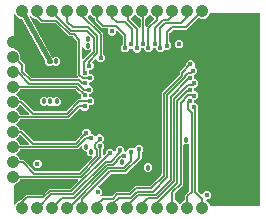
<source format=gbr>
G04 EAGLE Gerber RS-274X export*
G75*
%MOMM*%
%FSLAX34Y34*%
%LPD*%
%INBottom Copper*%
%IPPOS*%
%AMOC8*
5,1,8,0,0,1.08239X$1,22.5*%
G01*
%ADD10C,1.050000*%
%ADD11C,0.450000*%
%ADD12C,0.152400*%
%ADD13C,0.457200*%
%ADD14C,0.453200*%
%ADD15C,0.406400*%

G36*
X211879Y3763D02*
X211879Y3763D01*
X211898Y3761D01*
X212000Y3783D01*
X212102Y3799D01*
X212119Y3809D01*
X212139Y3813D01*
X212228Y3866D01*
X212319Y3915D01*
X212333Y3929D01*
X212350Y3939D01*
X212417Y4018D01*
X212489Y4093D01*
X212497Y4111D01*
X212510Y4126D01*
X212549Y4222D01*
X212592Y4316D01*
X212594Y4336D01*
X212602Y4354D01*
X212620Y4521D01*
X212620Y166675D01*
X212618Y166692D01*
X212619Y166707D01*
X212619Y166709D01*
X212619Y166714D01*
X212597Y166816D01*
X212581Y166918D01*
X212571Y166935D01*
X212567Y166955D01*
X212514Y167044D01*
X212465Y167135D01*
X212451Y167149D01*
X212441Y167166D01*
X212362Y167233D01*
X212287Y167305D01*
X212269Y167313D01*
X212254Y167326D01*
X212158Y167365D01*
X212064Y167408D01*
X212044Y167410D01*
X212026Y167418D01*
X211859Y167436D01*
X170764Y167436D01*
X170650Y167417D01*
X170533Y167400D01*
X170528Y167398D01*
X170522Y167397D01*
X170419Y167342D01*
X170314Y167289D01*
X170310Y167284D01*
X170304Y167281D01*
X170224Y167197D01*
X170142Y167113D01*
X170138Y167107D01*
X170135Y167103D01*
X170127Y167086D01*
X170061Y166966D01*
X169231Y164962D01*
X167397Y163128D01*
X165000Y162135D01*
X162406Y162135D01*
X161305Y162591D01*
X161191Y162618D01*
X161078Y162647D01*
X161071Y162646D01*
X161065Y162648D01*
X160949Y162637D01*
X160832Y162628D01*
X160827Y162625D01*
X160820Y162624D01*
X160713Y162577D01*
X160606Y162531D01*
X160600Y162527D01*
X160596Y162524D01*
X160582Y162512D01*
X160475Y162426D01*
X151083Y153034D01*
X139079Y153034D01*
X138989Y153020D01*
X138898Y153012D01*
X138869Y153000D01*
X138837Y152995D01*
X138756Y152952D01*
X138672Y152916D01*
X138640Y152890D01*
X138619Y152879D01*
X138597Y152856D01*
X138541Y152811D01*
X135987Y150257D01*
X135934Y150183D01*
X135874Y150114D01*
X135862Y150083D01*
X135843Y150057D01*
X135816Y149970D01*
X135782Y149885D01*
X135778Y149844D01*
X135771Y149822D01*
X135772Y149790D01*
X135764Y149719D01*
X135764Y142708D01*
X135778Y142618D01*
X135786Y142527D01*
X135798Y142497D01*
X135803Y142465D01*
X135846Y142384D01*
X135882Y142300D01*
X135908Y142268D01*
X135919Y142248D01*
X135942Y142225D01*
X135987Y142169D01*
X137252Y140904D01*
X137252Y137988D01*
X135189Y135925D01*
X132076Y135925D01*
X131986Y135911D01*
X131895Y135903D01*
X131865Y135891D01*
X131833Y135886D01*
X131752Y135843D01*
X131668Y135807D01*
X131636Y135781D01*
X131616Y135770D01*
X131593Y135747D01*
X131537Y135702D01*
X129728Y133893D01*
X126812Y133893D01*
X124749Y135956D01*
X124749Y136434D01*
X124746Y136454D01*
X124748Y136473D01*
X124726Y136575D01*
X124710Y136677D01*
X124700Y136694D01*
X124696Y136714D01*
X124643Y136803D01*
X124594Y136894D01*
X124580Y136908D01*
X124570Y136925D01*
X124491Y136992D01*
X124416Y137064D01*
X124398Y137072D01*
X124383Y137085D01*
X124287Y137124D01*
X124193Y137167D01*
X124173Y137169D01*
X124155Y137177D01*
X123988Y137195D01*
X122392Y137195D01*
X122372Y137192D01*
X122353Y137194D01*
X122251Y137172D01*
X122149Y137156D01*
X122132Y137146D01*
X122112Y137142D01*
X122023Y137089D01*
X121932Y137040D01*
X121918Y137026D01*
X121901Y137016D01*
X121834Y136937D01*
X121762Y136862D01*
X121754Y136844D01*
X121741Y136829D01*
X121702Y136733D01*
X121659Y136639D01*
X121657Y136619D01*
X121649Y136601D01*
X121631Y136434D01*
X121631Y135702D01*
X119568Y133639D01*
X116652Y133639D01*
X114589Y135702D01*
X114589Y136561D01*
X114586Y136581D01*
X114588Y136600D01*
X114566Y136702D01*
X114550Y136804D01*
X114540Y136821D01*
X114536Y136841D01*
X114483Y136930D01*
X114434Y137021D01*
X114420Y137035D01*
X114410Y137052D01*
X114331Y137119D01*
X114256Y137191D01*
X114238Y137199D01*
X114223Y137212D01*
X114127Y137251D01*
X114033Y137294D01*
X114013Y137296D01*
X113995Y137304D01*
X113828Y137322D01*
X112613Y137322D01*
X112593Y137319D01*
X112574Y137321D01*
X112472Y137299D01*
X112370Y137283D01*
X112353Y137273D01*
X112333Y137269D01*
X112244Y137216D01*
X112153Y137167D01*
X112139Y137153D01*
X112122Y137143D01*
X112055Y137064D01*
X111983Y136989D01*
X111975Y136971D01*
X111962Y136956D01*
X111923Y136860D01*
X111880Y136766D01*
X111878Y136746D01*
X111870Y136728D01*
X111852Y136561D01*
X111852Y135575D01*
X109789Y133512D01*
X106873Y133512D01*
X104810Y135575D01*
X104810Y136180D01*
X104807Y136200D01*
X104809Y136219D01*
X104787Y136321D01*
X104771Y136423D01*
X104761Y136440D01*
X104757Y136460D01*
X104704Y136549D01*
X104655Y136640D01*
X104641Y136654D01*
X104631Y136671D01*
X104552Y136738D01*
X104477Y136810D01*
X104459Y136818D01*
X104444Y136831D01*
X104348Y136870D01*
X104254Y136913D01*
X104234Y136915D01*
X104216Y136923D01*
X104049Y136941D01*
X102707Y136941D01*
X102687Y136938D01*
X102668Y136940D01*
X102566Y136918D01*
X102464Y136902D01*
X102447Y136892D01*
X102427Y136888D01*
X102338Y136835D01*
X102247Y136786D01*
X102233Y136772D01*
X102216Y136762D01*
X102149Y136683D01*
X102077Y136608D01*
X102069Y136590D01*
X102056Y136575D01*
X102017Y136479D01*
X101974Y136385D01*
X101972Y136365D01*
X101964Y136347D01*
X101946Y136180D01*
X101946Y135956D01*
X99883Y133893D01*
X96967Y133893D01*
X94904Y135956D01*
X94904Y138872D01*
X96169Y140137D01*
X96222Y140211D01*
X96282Y140281D01*
X96294Y140311D01*
X96313Y140337D01*
X96340Y140424D01*
X96374Y140509D01*
X96378Y140550D01*
X96385Y140572D01*
X96384Y140604D01*
X96392Y140676D01*
X96392Y147433D01*
X96378Y147523D01*
X96370Y147614D01*
X96358Y147643D01*
X96353Y147675D01*
X96310Y147756D01*
X96274Y147840D01*
X96248Y147872D01*
X96237Y147893D01*
X96214Y147915D01*
X96169Y147971D01*
X92085Y152055D01*
X92027Y152097D01*
X91975Y152146D01*
X91928Y152168D01*
X91886Y152199D01*
X91817Y152220D01*
X91752Y152250D01*
X91700Y152256D01*
X91650Y152271D01*
X91579Y152269D01*
X91508Y152277D01*
X91457Y152266D01*
X91405Y152265D01*
X91337Y152240D01*
X91267Y152225D01*
X91222Y152198D01*
X91174Y152180D01*
X91118Y152135D01*
X91056Y152099D01*
X91022Y152059D01*
X90982Y152026D01*
X90943Y151966D01*
X90896Y151912D01*
X90877Y151863D01*
X90849Y151819D01*
X90831Y151750D01*
X90804Y151683D01*
X90796Y151612D01*
X90788Y151581D01*
X90790Y151558D01*
X90786Y151517D01*
X90786Y149919D01*
X88714Y147847D01*
X85784Y147847D01*
X83712Y149919D01*
X83712Y152849D01*
X83741Y152878D01*
X83783Y152936D01*
X83832Y152988D01*
X83854Y153035D01*
X83885Y153077D01*
X83906Y153146D01*
X83936Y153211D01*
X83942Y153263D01*
X83957Y153313D01*
X83955Y153384D01*
X83963Y153455D01*
X83952Y153506D01*
X83951Y153558D01*
X83926Y153626D01*
X83911Y153696D01*
X83884Y153741D01*
X83866Y153789D01*
X83821Y153845D01*
X83785Y153907D01*
X83745Y153941D01*
X83712Y153981D01*
X83652Y154020D01*
X83598Y154067D01*
X83549Y154086D01*
X83506Y154114D01*
X83436Y154132D01*
X83369Y154159D01*
X83298Y154167D01*
X83267Y154175D01*
X83244Y154173D01*
X83203Y154177D01*
X78660Y154177D01*
X72770Y160067D01*
X72770Y161931D01*
X72751Y162046D01*
X72734Y162162D01*
X72732Y162168D01*
X72731Y162174D01*
X72676Y162277D01*
X72623Y162382D01*
X72618Y162386D01*
X72615Y162391D01*
X72531Y162471D01*
X72447Y162554D01*
X72441Y162557D01*
X72437Y162561D01*
X72420Y162569D01*
X72300Y162635D01*
X71109Y163128D01*
X69275Y164962D01*
X69156Y165249D01*
X69119Y165310D01*
X69089Y165375D01*
X69054Y165414D01*
X69027Y165458D01*
X68972Y165504D01*
X68923Y165556D01*
X68877Y165582D01*
X68837Y165615D01*
X68770Y165640D01*
X68707Y165675D01*
X68656Y165684D01*
X68608Y165703D01*
X68536Y165706D01*
X68465Y165719D01*
X68414Y165711D01*
X68362Y165713D01*
X68293Y165693D01*
X68222Y165683D01*
X68176Y165659D01*
X68126Y165645D01*
X68067Y165604D01*
X68003Y165571D01*
X67966Y165534D01*
X67924Y165505D01*
X67881Y165447D01*
X67831Y165396D01*
X67796Y165333D01*
X67777Y165307D01*
X67770Y165285D01*
X67750Y165249D01*
X67631Y164962D01*
X66721Y164052D01*
X66709Y164036D01*
X66694Y164024D01*
X66638Y163936D01*
X66577Y163853D01*
X66572Y163834D01*
X66561Y163817D01*
X66536Y163716D01*
X66505Y163617D01*
X66506Y163598D01*
X66501Y163578D01*
X66509Y163475D01*
X66511Y163372D01*
X66518Y163353D01*
X66520Y163333D01*
X66560Y163238D01*
X66596Y163141D01*
X66608Y163125D01*
X66616Y163107D01*
X66721Y162976D01*
X79630Y150067D01*
X79630Y132421D01*
X79644Y132331D01*
X79652Y132240D01*
X79664Y132210D01*
X79669Y132178D01*
X79692Y132136D01*
X79693Y132131D01*
X79706Y132109D01*
X79712Y132097D01*
X79748Y132013D01*
X79774Y131981D01*
X79785Y131961D01*
X79808Y131938D01*
X79819Y131920D01*
X79830Y131910D01*
X79853Y131882D01*
X81118Y130617D01*
X81118Y127701D01*
X79055Y125638D01*
X76139Y125638D01*
X74043Y127734D01*
X74037Y127772D01*
X74003Y127836D01*
X73978Y127903D01*
X73946Y127944D01*
X73921Y127990D01*
X73870Y128039D01*
X73825Y128095D01*
X73781Y128123D01*
X73743Y128159D01*
X73678Y128189D01*
X73618Y128228D01*
X73567Y128241D01*
X73520Y128263D01*
X73449Y128271D01*
X73379Y128288D01*
X73327Y128284D01*
X73276Y128290D01*
X73205Y128275D01*
X73134Y128269D01*
X73086Y128249D01*
X73035Y128238D01*
X72974Y128201D01*
X72908Y128173D01*
X72852Y128128D01*
X72824Y128112D01*
X72809Y128094D01*
X72777Y128068D01*
X70442Y125733D01*
X70430Y125717D01*
X70414Y125704D01*
X70358Y125617D01*
X70298Y125533D01*
X70292Y125514D01*
X70281Y125497D01*
X70256Y125397D01*
X70226Y125298D01*
X70226Y125278D01*
X70221Y125259D01*
X70229Y125156D01*
X70232Y125052D01*
X70239Y125033D01*
X70241Y125014D01*
X70281Y124919D01*
X70317Y124821D01*
X70329Y124806D01*
X70337Y124787D01*
X70442Y124656D01*
X71593Y123505D01*
X71593Y120589D01*
X69530Y118526D01*
X68671Y118526D01*
X68651Y118523D01*
X68632Y118525D01*
X68530Y118503D01*
X68428Y118487D01*
X68411Y118477D01*
X68391Y118473D01*
X68302Y118420D01*
X68211Y118371D01*
X68197Y118357D01*
X68180Y118347D01*
X68113Y118268D01*
X68041Y118193D01*
X68033Y118175D01*
X68020Y118160D01*
X67981Y118064D01*
X67938Y117970D01*
X67936Y117950D01*
X67928Y117932D01*
X67910Y117765D01*
X67910Y116296D01*
X67913Y116276D01*
X67911Y116257D01*
X67933Y116155D01*
X67949Y116053D01*
X67959Y116036D01*
X67963Y116016D01*
X68016Y115927D01*
X68065Y115836D01*
X68079Y115822D01*
X68089Y115805D01*
X68168Y115738D01*
X68243Y115666D01*
X68261Y115658D01*
X68276Y115645D01*
X68372Y115606D01*
X68466Y115563D01*
X68486Y115561D01*
X68504Y115553D01*
X68671Y115535D01*
X69657Y115535D01*
X71720Y113472D01*
X71720Y110556D01*
X69657Y108493D01*
X68925Y108493D01*
X68905Y108490D01*
X68886Y108492D01*
X68784Y108470D01*
X68682Y108454D01*
X68665Y108444D01*
X68645Y108440D01*
X68556Y108387D01*
X68465Y108338D01*
X68451Y108324D01*
X68434Y108314D01*
X68367Y108235D01*
X68295Y108160D01*
X68287Y108142D01*
X68274Y108127D01*
X68235Y108031D01*
X68192Y107937D01*
X68190Y107917D01*
X68182Y107899D01*
X68164Y107732D01*
X68164Y106390D01*
X68167Y106370D01*
X68165Y106351D01*
X68187Y106249D01*
X68203Y106147D01*
X68213Y106130D01*
X68217Y106110D01*
X68270Y106021D01*
X68319Y105930D01*
X68333Y105916D01*
X68343Y105899D01*
X68422Y105832D01*
X68497Y105760D01*
X68515Y105752D01*
X68530Y105739D01*
X68626Y105700D01*
X68720Y105657D01*
X68740Y105655D01*
X68758Y105647D01*
X68925Y105629D01*
X69403Y105629D01*
X71466Y103566D01*
X71466Y100650D01*
X69403Y98587D01*
X68544Y98587D01*
X68524Y98584D01*
X68505Y98586D01*
X68403Y98564D01*
X68301Y98548D01*
X68284Y98538D01*
X68264Y98534D01*
X68175Y98481D01*
X68084Y98432D01*
X68070Y98418D01*
X68053Y98408D01*
X67986Y98329D01*
X67914Y98254D01*
X67906Y98236D01*
X67893Y98221D01*
X67854Y98125D01*
X67811Y98031D01*
X67809Y98011D01*
X67801Y97993D01*
X67783Y97826D01*
X67783Y96611D01*
X67785Y96600D01*
X67784Y96593D01*
X67785Y96586D01*
X67784Y96572D01*
X67806Y96470D01*
X67822Y96368D01*
X67832Y96351D01*
X67836Y96331D01*
X67889Y96242D01*
X67938Y96151D01*
X67952Y96137D01*
X67962Y96120D01*
X68041Y96053D01*
X68116Y95981D01*
X68134Y95973D01*
X68149Y95960D01*
X68245Y95921D01*
X68339Y95878D01*
X68359Y95876D01*
X68377Y95868D01*
X68544Y95850D01*
X69911Y95850D01*
X71974Y93787D01*
X71974Y90871D01*
X69911Y88808D01*
X68417Y88808D01*
X68397Y88805D01*
X68378Y88807D01*
X68276Y88785D01*
X68174Y88769D01*
X68157Y88759D01*
X68137Y88755D01*
X68048Y88702D01*
X67957Y88653D01*
X67943Y88639D01*
X67926Y88629D01*
X67859Y88550D01*
X67787Y88475D01*
X67779Y88457D01*
X67766Y88442D01*
X67727Y88346D01*
X67684Y88252D01*
X67682Y88232D01*
X67674Y88214D01*
X67656Y88047D01*
X67656Y86426D01*
X65593Y84363D01*
X62677Y84363D01*
X61412Y85628D01*
X61338Y85681D01*
X61268Y85741D01*
X61238Y85753D01*
X61212Y85772D01*
X61125Y85799D01*
X61040Y85833D01*
X60999Y85837D01*
X60977Y85844D01*
X60945Y85843D01*
X60873Y85851D01*
X60085Y85851D01*
X59995Y85837D01*
X59904Y85829D01*
X59875Y85817D01*
X59843Y85812D01*
X59762Y85769D01*
X59678Y85733D01*
X59646Y85707D01*
X59625Y85696D01*
X59603Y85673D01*
X59547Y85628D01*
X50880Y76961D01*
X9773Y76961D01*
X9658Y76942D01*
X9542Y76925D01*
X9536Y76923D01*
X9530Y76922D01*
X9427Y76867D01*
X9322Y76814D01*
X9318Y76809D01*
X9313Y76806D01*
X9233Y76722D01*
X9150Y76638D01*
X9147Y76632D01*
X9143Y76628D01*
X9135Y76611D01*
X9069Y76491D01*
X8576Y75300D01*
X6742Y73466D01*
X6455Y73347D01*
X6394Y73310D01*
X6329Y73280D01*
X6290Y73245D01*
X6246Y73218D01*
X6200Y73163D01*
X6148Y73114D01*
X6122Y73068D01*
X6089Y73028D01*
X6064Y72961D01*
X6029Y72898D01*
X6020Y72847D01*
X6001Y72799D01*
X5998Y72727D01*
X5985Y72656D01*
X5993Y72605D01*
X5991Y72553D01*
X6011Y72484D01*
X6021Y72413D01*
X6045Y72367D01*
X6059Y72317D01*
X6100Y72258D01*
X6133Y72194D01*
X6170Y72157D01*
X6199Y72115D01*
X6257Y72072D01*
X6308Y72022D01*
X6371Y71987D01*
X6397Y71968D01*
X6419Y71961D01*
X6455Y71941D01*
X6742Y71822D01*
X8576Y69988D01*
X9069Y68797D01*
X9131Y68697D01*
X9191Y68597D01*
X9196Y68593D01*
X9199Y68588D01*
X9290Y68513D01*
X9378Y68437D01*
X9384Y68435D01*
X9388Y68431D01*
X9497Y68389D01*
X9606Y68345D01*
X9613Y68344D01*
X9618Y68343D01*
X9636Y68342D01*
X9773Y68327D01*
X11256Y68327D01*
X20939Y58644D01*
X21013Y58591D01*
X21082Y58531D01*
X21113Y58519D01*
X21139Y58500D01*
X21226Y58473D01*
X21311Y58439D01*
X21352Y58435D01*
X21374Y58428D01*
X21406Y58429D01*
X21477Y58421D01*
X55216Y58421D01*
X55306Y58435D01*
X55397Y58443D01*
X55427Y58455D01*
X55459Y58460D01*
X55540Y58503D01*
X55624Y58539D01*
X55656Y58565D01*
X55676Y58576D01*
X55699Y58599D01*
X55755Y58644D01*
X61647Y64536D01*
X61788Y64677D01*
X61841Y64751D01*
X61901Y64821D01*
X61913Y64851D01*
X61932Y64877D01*
X61959Y64964D01*
X61993Y65049D01*
X61997Y65090D01*
X62004Y65112D01*
X62003Y65144D01*
X62011Y65216D01*
X62011Y66863D01*
X64074Y68926D01*
X66990Y68926D01*
X69053Y66863D01*
X69053Y65750D01*
X69056Y65730D01*
X69054Y65711D01*
X69076Y65609D01*
X69092Y65507D01*
X69102Y65490D01*
X69106Y65470D01*
X69159Y65381D01*
X69208Y65290D01*
X69222Y65276D01*
X69232Y65259D01*
X69311Y65192D01*
X69386Y65120D01*
X69404Y65112D01*
X69419Y65099D01*
X69515Y65060D01*
X69609Y65017D01*
X69629Y65015D01*
X69647Y65007D01*
X69814Y64989D01*
X71308Y64989D01*
X73122Y63175D01*
X73138Y63164D01*
X73150Y63148D01*
X73238Y63092D01*
X73321Y63032D01*
X73340Y63026D01*
X73357Y63015D01*
X73458Y62990D01*
X73557Y62959D01*
X73576Y62960D01*
X73596Y62955D01*
X73699Y62963D01*
X73802Y62966D01*
X73821Y62973D01*
X73841Y62974D01*
X73936Y63015D01*
X74033Y63050D01*
X74049Y63063D01*
X74067Y63071D01*
X74198Y63175D01*
X75250Y64227D01*
X78166Y64227D01*
X80229Y62164D01*
X80229Y59248D01*
X79304Y58323D01*
X79293Y58307D01*
X79277Y58295D01*
X79247Y58247D01*
X79237Y58237D01*
X79228Y58219D01*
X79221Y58207D01*
X79161Y58124D01*
X79155Y58105D01*
X79144Y58088D01*
X79119Y57987D01*
X79088Y57888D01*
X79089Y57869D01*
X79084Y57849D01*
X79092Y57746D01*
X79095Y57643D01*
X79102Y57624D01*
X79103Y57604D01*
X79144Y57509D01*
X79179Y57412D01*
X79192Y57396D01*
X79200Y57378D01*
X79304Y57247D01*
X80737Y55814D01*
X80737Y52898D01*
X79697Y51858D01*
X79644Y51784D01*
X79584Y51714D01*
X79572Y51684D01*
X79553Y51658D01*
X79527Y51571D01*
X79492Y51486D01*
X79488Y51445D01*
X79481Y51423D01*
X79482Y51391D01*
X79474Y51320D01*
X79474Y47527D01*
X79486Y47456D01*
X79487Y47384D01*
X79505Y47335D01*
X79514Y47284D01*
X79547Y47221D01*
X79572Y47153D01*
X79604Y47112D01*
X79629Y47067D01*
X79681Y47017D01*
X79726Y46961D01*
X79769Y46933D01*
X79807Y46897D01*
X79872Y46867D01*
X79932Y46828D01*
X79983Y46815D01*
X80030Y46794D01*
X80101Y46786D01*
X80171Y46768D01*
X80223Y46772D01*
X80275Y46766D01*
X80345Y46782D01*
X80416Y46787D01*
X80464Y46808D01*
X80515Y46819D01*
X80577Y46856D01*
X80643Y46884D01*
X80698Y46928D01*
X80726Y46945D01*
X80741Y46963D01*
X80774Y46988D01*
X82108Y48323D01*
X82161Y48397D01*
X82221Y48467D01*
X82233Y48497D01*
X82252Y48523D01*
X82279Y48610D01*
X82313Y48695D01*
X82317Y48736D01*
X82324Y48758D01*
X82323Y48790D01*
X82331Y48861D01*
X82331Y50099D01*
X84394Y52162D01*
X87310Y52162D01*
X89160Y50312D01*
X89218Y50270D01*
X89270Y50221D01*
X89317Y50199D01*
X89359Y50169D01*
X89428Y50148D01*
X89493Y50117D01*
X89545Y50112D01*
X89595Y50096D01*
X89666Y50098D01*
X89737Y50090D01*
X89788Y50101D01*
X89840Y50103D01*
X89908Y50127D01*
X89978Y50143D01*
X90023Y50169D01*
X90071Y50187D01*
X90127Y50232D01*
X90189Y50269D01*
X90223Y50308D01*
X90263Y50341D01*
X90302Y50401D01*
X90349Y50456D01*
X90368Y50504D01*
X90396Y50548D01*
X90414Y50617D01*
X90441Y50684D01*
X90449Y50755D01*
X90457Y50786D01*
X90455Y50810D01*
X90459Y50851D01*
X90459Y52131D01*
X92522Y54194D01*
X95438Y54194D01*
X97501Y52131D01*
X97501Y50510D01*
X97504Y50490D01*
X97502Y50471D01*
X97524Y50369D01*
X97540Y50267D01*
X97550Y50250D01*
X97554Y50230D01*
X97607Y50141D01*
X97656Y50050D01*
X97670Y50036D01*
X97680Y50019D01*
X97759Y49952D01*
X97834Y49880D01*
X97852Y49872D01*
X97867Y49859D01*
X97963Y49820D01*
X98057Y49777D01*
X98077Y49775D01*
X98095Y49767D01*
X98262Y49749D01*
X99350Y49749D01*
X99370Y49752D01*
X99389Y49750D01*
X99491Y49772D01*
X99593Y49788D01*
X99610Y49798D01*
X99630Y49802D01*
X99719Y49855D01*
X99810Y49904D01*
X99824Y49918D01*
X99841Y49928D01*
X99908Y50007D01*
X99980Y50082D01*
X99988Y50100D01*
X100001Y50115D01*
X100040Y50211D01*
X100083Y50305D01*
X100085Y50325D01*
X100093Y50343D01*
X100111Y50510D01*
X100111Y50861D01*
X102174Y52924D01*
X105090Y52924D01*
X105416Y52598D01*
X105474Y52556D01*
X105526Y52507D01*
X105573Y52485D01*
X105615Y52455D01*
X105684Y52434D01*
X105749Y52403D01*
X105801Y52398D01*
X105851Y52382D01*
X105922Y52384D01*
X105993Y52376D01*
X106044Y52387D01*
X106096Y52389D01*
X106164Y52413D01*
X106234Y52429D01*
X106279Y52455D01*
X106327Y52473D01*
X106383Y52518D01*
X106445Y52555D01*
X106479Y52594D01*
X106519Y52627D01*
X106558Y52687D01*
X106605Y52742D01*
X106624Y52790D01*
X106652Y52834D01*
X106670Y52903D01*
X106697Y52970D01*
X106701Y53006D01*
X108778Y55083D01*
X111694Y55083D01*
X113757Y53020D01*
X113757Y50104D01*
X112492Y48839D01*
X112439Y48765D01*
X112379Y48695D01*
X112367Y48665D01*
X112348Y48639D01*
X112321Y48552D01*
X112287Y48467D01*
X112283Y48426D01*
X112276Y48404D01*
X112277Y48372D01*
X112269Y48300D01*
X112269Y43735D01*
X99394Y30860D01*
X86755Y30860D01*
X86665Y30846D01*
X86574Y30838D01*
X86545Y30826D01*
X86513Y30821D01*
X86432Y30778D01*
X86348Y30742D01*
X86316Y30716D01*
X86295Y30705D01*
X86273Y30682D01*
X86217Y30637D01*
X75894Y20314D01*
X75852Y20256D01*
X75803Y20204D01*
X75781Y20157D01*
X75750Y20115D01*
X75729Y20046D01*
X75699Y19981D01*
X75693Y19929D01*
X75678Y19879D01*
X75680Y19808D01*
X75672Y19737D01*
X75683Y19686D01*
X75684Y19634D01*
X75709Y19566D01*
X75724Y19496D01*
X75751Y19452D01*
X75769Y19403D01*
X75814Y19347D01*
X75850Y19285D01*
X75890Y19251D01*
X75923Y19211D01*
X75983Y19172D01*
X76037Y19125D01*
X76086Y19106D01*
X76130Y19078D01*
X76199Y19060D01*
X76266Y19033D01*
X76337Y19025D01*
X76368Y19017D01*
X76391Y19019D01*
X76432Y19015D01*
X76515Y19015D01*
X78578Y16952D01*
X78578Y14036D01*
X77653Y13111D01*
X77611Y13053D01*
X77562Y13001D01*
X77540Y12954D01*
X77510Y12912D01*
X77489Y12843D01*
X77458Y12778D01*
X77453Y12726D01*
X77437Y12676D01*
X77439Y12605D01*
X77431Y12534D01*
X77442Y12483D01*
X77444Y12431D01*
X77468Y12363D01*
X77484Y12293D01*
X77510Y12248D01*
X77528Y12200D01*
X77573Y12144D01*
X77610Y12082D01*
X77649Y12048D01*
X77682Y12008D01*
X77742Y11969D01*
X77797Y11922D01*
X77845Y11903D01*
X77889Y11875D01*
X77958Y11857D01*
X78025Y11830D01*
X78096Y11822D01*
X78127Y11814D01*
X78151Y11816D01*
X78192Y11812D01*
X86727Y11812D01*
X86817Y11826D01*
X86908Y11834D01*
X86937Y11846D01*
X86969Y11851D01*
X87050Y11894D01*
X87134Y11930D01*
X87166Y11956D01*
X87187Y11967D01*
X87209Y11990D01*
X87265Y12035D01*
X90725Y15495D01*
X101049Y15495D01*
X101139Y15509D01*
X101230Y15517D01*
X101260Y15529D01*
X101292Y15534D01*
X101372Y15577D01*
X101456Y15613D01*
X101488Y15639D01*
X101509Y15650D01*
X101531Y15673D01*
X101587Y15718D01*
X106444Y20575D01*
X119239Y20575D01*
X119329Y20589D01*
X119420Y20597D01*
X119449Y20609D01*
X119481Y20614D01*
X119562Y20657D01*
X119646Y20693D01*
X119678Y20719D01*
X119699Y20730D01*
X119721Y20753D01*
X119777Y20798D01*
X128935Y29956D01*
X128988Y30030D01*
X129048Y30099D01*
X129060Y30130D01*
X129079Y30156D01*
X129106Y30243D01*
X129140Y30328D01*
X129144Y30369D01*
X129151Y30391D01*
X129150Y30423D01*
X129158Y30494D01*
X129158Y99222D01*
X144211Y114275D01*
X144264Y114349D01*
X144324Y114418D01*
X144336Y114448D01*
X144355Y114474D01*
X144382Y114561D01*
X144416Y114646D01*
X144420Y114687D01*
X144427Y114709D01*
X144426Y114742D01*
X144434Y114813D01*
X144434Y117210D01*
X149926Y122702D01*
X149979Y122776D01*
X150039Y122845D01*
X150051Y122876D01*
X150070Y122902D01*
X150097Y122989D01*
X150131Y123074D01*
X150135Y123115D01*
X150142Y123137D01*
X150141Y123169D01*
X150149Y123240D01*
X150149Y125029D01*
X152212Y127092D01*
X155128Y127092D01*
X157191Y125029D01*
X157191Y121916D01*
X157205Y121826D01*
X157213Y121735D01*
X157225Y121705D01*
X157230Y121673D01*
X157273Y121592D01*
X157309Y121508D01*
X157335Y121476D01*
X157346Y121456D01*
X157369Y121433D01*
X157414Y121377D01*
X159223Y119568D01*
X159223Y116652D01*
X157219Y114648D01*
X157207Y114632D01*
X157192Y114619D01*
X157160Y114570D01*
X157159Y114569D01*
X157158Y114567D01*
X157135Y114532D01*
X157075Y114448D01*
X157069Y114429D01*
X157059Y114412D01*
X157033Y114312D01*
X157003Y114213D01*
X157003Y114193D01*
X156999Y114174D01*
X157007Y114070D01*
X157009Y113967D01*
X157016Y113948D01*
X157018Y113928D01*
X157058Y113834D01*
X157064Y113818D01*
X157064Y111724D01*
X157067Y111704D01*
X157065Y111685D01*
X157087Y111583D01*
X157103Y111481D01*
X157113Y111464D01*
X157117Y111444D01*
X157170Y111355D01*
X157219Y111264D01*
X157233Y111250D01*
X157243Y111233D01*
X157322Y111166D01*
X157397Y111094D01*
X157415Y111086D01*
X157430Y111073D01*
X157526Y111034D01*
X157620Y110991D01*
X157640Y110989D01*
X157658Y110981D01*
X157825Y110963D01*
X158176Y110963D01*
X160239Y108900D01*
X160239Y105984D01*
X158176Y103921D01*
X157825Y103921D01*
X157805Y103918D01*
X157786Y103920D01*
X157684Y103898D01*
X157582Y103882D01*
X157565Y103872D01*
X157545Y103868D01*
X157456Y103815D01*
X157365Y103766D01*
X157351Y103752D01*
X157334Y103742D01*
X157267Y103663D01*
X157195Y103588D01*
X157187Y103570D01*
X157174Y103555D01*
X157135Y103459D01*
X157092Y103365D01*
X157090Y103345D01*
X157082Y103327D01*
X157064Y103160D01*
X157064Y101437D01*
X157067Y101417D01*
X157065Y101398D01*
X157087Y101296D01*
X157103Y101194D01*
X157113Y101177D01*
X157117Y101157D01*
X157170Y101068D01*
X157219Y100977D01*
X157233Y100963D01*
X157243Y100946D01*
X157322Y100879D01*
X157397Y100807D01*
X157415Y100799D01*
X157430Y100786D01*
X157526Y100747D01*
X157620Y100704D01*
X157640Y100702D01*
X157658Y100694D01*
X157825Y100676D01*
X158049Y100676D01*
X160112Y98613D01*
X160112Y95697D01*
X158049Y93634D01*
X157698Y93634D01*
X157678Y93631D01*
X157659Y93633D01*
X157557Y93611D01*
X157455Y93595D01*
X157438Y93585D01*
X157418Y93581D01*
X157329Y93528D01*
X157238Y93479D01*
X157224Y93465D01*
X157207Y93455D01*
X157140Y93376D01*
X157068Y93301D01*
X157060Y93283D01*
X157047Y93268D01*
X157008Y93172D01*
X156965Y93078D01*
X156963Y93058D01*
X156955Y93040D01*
X156937Y92873D01*
X156937Y91531D01*
X156940Y91511D01*
X156938Y91492D01*
X156960Y91390D01*
X156976Y91288D01*
X156986Y91271D01*
X156990Y91251D01*
X157043Y91162D01*
X157092Y91071D01*
X157106Y91057D01*
X157116Y91040D01*
X157195Y90973D01*
X157270Y90901D01*
X157288Y90893D01*
X157303Y90880D01*
X157399Y90841D01*
X157493Y90798D01*
X157513Y90796D01*
X157531Y90788D01*
X157698Y90770D01*
X158049Y90770D01*
X160112Y88707D01*
X160112Y85791D01*
X159863Y85542D01*
X159809Y85468D01*
X159750Y85398D01*
X159738Y85368D01*
X159719Y85342D01*
X159692Y85255D01*
X159658Y85170D01*
X159654Y85129D01*
X159647Y85107D01*
X159648Y85075D01*
X159640Y85003D01*
X159640Y17032D01*
X159654Y16942D01*
X159662Y16851D01*
X159674Y16821D01*
X159679Y16790D01*
X159722Y16709D01*
X159758Y16625D01*
X159784Y16593D01*
X159795Y16572D01*
X159818Y16550D01*
X159863Y16494D01*
X162820Y13537D01*
X162878Y13495D01*
X162930Y13446D01*
X162977Y13424D01*
X163019Y13393D01*
X163088Y13372D01*
X163153Y13342D01*
X163205Y13336D01*
X163255Y13321D01*
X163326Y13323D01*
X163397Y13315D01*
X163448Y13326D01*
X163500Y13327D01*
X163568Y13352D01*
X163638Y13367D01*
X163682Y13394D01*
X163731Y13412D01*
X163787Y13457D01*
X163849Y13493D01*
X163883Y13533D01*
X163923Y13566D01*
X163962Y13626D01*
X164009Y13680D01*
X164028Y13729D01*
X164056Y13773D01*
X164074Y13842D01*
X164101Y13909D01*
X164109Y13980D01*
X164117Y14011D01*
X164115Y14034D01*
X164119Y14075D01*
X164119Y14158D01*
X166182Y16221D01*
X169098Y16221D01*
X171161Y14158D01*
X171161Y11242D01*
X169098Y9179D01*
X167869Y9179D01*
X167799Y9168D01*
X167727Y9166D01*
X167678Y9148D01*
X167626Y9140D01*
X167563Y9106D01*
X167496Y9081D01*
X167455Y9049D01*
X167409Y9024D01*
X167360Y8972D01*
X167304Y8928D01*
X167276Y8884D01*
X167240Y8846D01*
X167210Y8781D01*
X167171Y8721D01*
X167158Y8670D01*
X167136Y8623D01*
X167128Y8552D01*
X167111Y8482D01*
X167115Y8430D01*
X167109Y8379D01*
X167124Y8308D01*
X167130Y8237D01*
X167150Y8189D01*
X167161Y8138D01*
X167198Y8077D01*
X167226Y8011D01*
X167271Y7955D01*
X167287Y7927D01*
X167305Y7912D01*
X167331Y7880D01*
X169231Y5980D01*
X169956Y4230D01*
X170017Y4130D01*
X170077Y4030D01*
X170082Y4026D01*
X170086Y4021D01*
X170175Y3946D01*
X170264Y3870D01*
X170270Y3868D01*
X170275Y3864D01*
X170383Y3822D01*
X170492Y3778D01*
X170500Y3777D01*
X170505Y3776D01*
X170523Y3775D01*
X170659Y3760D01*
X211859Y3760D01*
X211879Y3763D01*
G37*
G36*
X57841Y112026D02*
X57841Y112026D01*
X57913Y112028D01*
X57962Y112046D01*
X58013Y112054D01*
X58077Y112088D01*
X58144Y112113D01*
X58185Y112145D01*
X58231Y112170D01*
X58280Y112222D01*
X58336Y112266D01*
X58364Y112310D01*
X58400Y112348D01*
X58430Y112413D01*
X58469Y112473D01*
X58482Y112524D01*
X58504Y112571D01*
X58512Y112642D01*
X58529Y112712D01*
X58525Y112764D01*
X58531Y112815D01*
X58516Y112886D01*
X58510Y112957D01*
X58490Y113005D01*
X58479Y113056D01*
X58442Y113117D01*
X58414Y113183D01*
X58369Y113239D01*
X58353Y113267D01*
X58335Y113282D01*
X58309Y113314D01*
X57657Y113966D01*
X57657Y143115D01*
X57643Y143205D01*
X57635Y143296D01*
X57623Y143325D01*
X57618Y143357D01*
X57575Y143438D01*
X57539Y143522D01*
X57513Y143554D01*
X57502Y143575D01*
X57479Y143597D01*
X57434Y143653D01*
X54118Y146969D01*
X54044Y147022D01*
X53975Y147082D01*
X53944Y147094D01*
X53918Y147113D01*
X53831Y147140D01*
X53746Y147174D01*
X53705Y147178D01*
X53683Y147185D01*
X53651Y147184D01*
X53580Y147192D01*
X50452Y147192D01*
X39499Y158145D01*
X39425Y158198D01*
X39355Y158258D01*
X39325Y158270D01*
X39299Y158289D01*
X39212Y158316D01*
X39127Y158350D01*
X39086Y158354D01*
X39064Y158361D01*
X39032Y158360D01*
X38960Y158368D01*
X27352Y158368D01*
X23892Y161828D01*
X23818Y161881D01*
X23749Y161941D01*
X23718Y161953D01*
X23692Y161972D01*
X23605Y161999D01*
X23520Y162033D01*
X23479Y162037D01*
X23457Y162044D01*
X23425Y162043D01*
X23354Y162051D01*
X23107Y162051D01*
X23100Y162056D01*
X23013Y162083D01*
X22928Y162117D01*
X22888Y162121D01*
X22865Y162128D01*
X22833Y162127D01*
X22762Y162135D01*
X22706Y162135D01*
X20309Y163128D01*
X19087Y164350D01*
X19076Y164358D01*
X19067Y164369D01*
X18976Y164430D01*
X18887Y164494D01*
X18874Y164498D01*
X18863Y164506D01*
X18757Y164534D01*
X18652Y164566D01*
X18638Y164566D01*
X18625Y164569D01*
X18516Y164563D01*
X18406Y164560D01*
X18393Y164555D01*
X18380Y164554D01*
X18279Y164513D01*
X18175Y164475D01*
X18164Y164467D01*
X18152Y164462D01*
X18069Y164391D01*
X17983Y164322D01*
X17976Y164310D01*
X17965Y164301D01*
X17910Y164207D01*
X17850Y164115D01*
X17847Y164102D01*
X17840Y164090D01*
X17817Y163983D01*
X17790Y163876D01*
X17791Y163863D01*
X17788Y163849D01*
X17801Y163740D01*
X17809Y163631D01*
X17815Y163619D01*
X17816Y163605D01*
X17879Y163450D01*
X36519Y129038D01*
X36523Y129033D01*
X36525Y129027D01*
X36598Y128936D01*
X36669Y128844D01*
X36675Y128840D01*
X36678Y128835D01*
X36777Y128772D01*
X36874Y128707D01*
X36880Y128706D01*
X36885Y128702D01*
X36999Y128674D01*
X37112Y128643D01*
X37118Y128644D01*
X37124Y128642D01*
X37240Y128651D01*
X37357Y128658D01*
X37363Y128661D01*
X37369Y128661D01*
X37476Y128707D01*
X37585Y128751D01*
X37590Y128755D01*
X37595Y128758D01*
X37726Y128862D01*
X38532Y129668D01*
X41478Y129668D01*
X43562Y127584D01*
X43562Y124638D01*
X41478Y122554D01*
X38532Y122554D01*
X37813Y123273D01*
X37797Y123285D01*
X37784Y123300D01*
X37697Y123356D01*
X37613Y123417D01*
X37594Y123423D01*
X37577Y123433D01*
X37477Y123459D01*
X37378Y123489D01*
X37358Y123489D01*
X37339Y123493D01*
X37236Y123485D01*
X37132Y123483D01*
X37113Y123476D01*
X37094Y123474D01*
X36999Y123434D01*
X36901Y123398D01*
X36885Y123386D01*
X36867Y123378D01*
X36736Y123273D01*
X35890Y122427D01*
X34978Y122427D01*
X34875Y122410D01*
X34850Y122408D01*
X34847Y122409D01*
X34680Y122427D01*
X32944Y122427D01*
X32299Y123072D01*
X32214Y123133D01*
X32194Y123149D01*
X32193Y123152D01*
X32088Y123283D01*
X30860Y124511D01*
X30860Y124555D01*
X30846Y124645D01*
X30838Y124736D01*
X30826Y124765D01*
X30821Y124797D01*
X30778Y124878D01*
X30742Y124962D01*
X30733Y124973D01*
X30733Y125657D01*
X30716Y125760D01*
X30705Y125865D01*
X30696Y125886D01*
X30694Y125900D01*
X30679Y125928D01*
X30641Y126020D01*
X11295Y161737D01*
X11247Y161798D01*
X11207Y161865D01*
X11173Y161895D01*
X11144Y161931D01*
X11080Y161974D01*
X11020Y162025D01*
X10978Y162042D01*
X10940Y162067D01*
X10865Y162088D01*
X10792Y162117D01*
X10731Y162124D01*
X10702Y162131D01*
X10675Y162130D01*
X10626Y162135D01*
X10006Y162135D01*
X7609Y163128D01*
X5775Y164962D01*
X5478Y165679D01*
X5427Y165762D01*
X5381Y165847D01*
X5362Y165865D01*
X5349Y165888D01*
X5274Y165950D01*
X5203Y166017D01*
X5179Y166028D01*
X5159Y166045D01*
X5068Y166079D01*
X4980Y166120D01*
X4954Y166123D01*
X4930Y166133D01*
X4832Y166137D01*
X4736Y166148D01*
X4710Y166142D01*
X4684Y166143D01*
X4590Y166116D01*
X4495Y166095D01*
X4473Y166082D01*
X4448Y166075D01*
X4368Y166019D01*
X4284Y165969D01*
X4267Y165949D01*
X4246Y165934D01*
X4187Y165856D01*
X4124Y165782D01*
X4114Y165758D01*
X4099Y165737D01*
X4069Y165644D01*
X4032Y165554D01*
X4029Y165522D01*
X4023Y165503D01*
X4023Y165470D01*
X4014Y165387D01*
X4014Y136961D01*
X4016Y136948D01*
X4015Y136939D01*
X4025Y136892D01*
X4033Y136846D01*
X4050Y136730D01*
X4052Y136724D01*
X4053Y136718D01*
X4108Y136615D01*
X4161Y136510D01*
X4166Y136506D01*
X4169Y136500D01*
X4253Y136421D01*
X4337Y136338D01*
X4343Y136335D01*
X4347Y136331D01*
X4364Y136323D01*
X4484Y136257D01*
X6742Y135322D01*
X8576Y133488D01*
X9569Y131091D01*
X9569Y128497D01*
X9559Y128474D01*
X9532Y128360D01*
X9504Y128246D01*
X9504Y128240D01*
X9503Y128234D01*
X9514Y128117D01*
X9523Y128001D01*
X9525Y127995D01*
X9526Y127989D01*
X9574Y127882D01*
X9619Y127775D01*
X9624Y127769D01*
X9626Y127764D01*
X9638Y127751D01*
X9724Y127644D01*
X13463Y123905D01*
X13463Y118139D01*
X13477Y118049D01*
X13485Y117958D01*
X13497Y117928D01*
X13502Y117896D01*
X13545Y117815D01*
X13581Y117731D01*
X13607Y117699D01*
X13618Y117679D01*
X13641Y117656D01*
X13686Y117600D01*
X19048Y112238D01*
X19122Y112185D01*
X19192Y112125D01*
X19222Y112113D01*
X19248Y112094D01*
X19335Y112067D01*
X19420Y112033D01*
X19461Y112029D01*
X19483Y112022D01*
X19515Y112023D01*
X19587Y112015D01*
X57771Y112015D01*
X57841Y112026D01*
G37*
G36*
X58678Y33035D02*
X58678Y33035D01*
X58769Y33043D01*
X58799Y33055D01*
X58831Y33060D01*
X58911Y33103D01*
X58995Y33139D01*
X59027Y33165D01*
X59048Y33176D01*
X59070Y33199D01*
X59126Y33244D01*
X70556Y44674D01*
X70598Y44732D01*
X70647Y44784D01*
X70669Y44831D01*
X70700Y44873D01*
X70721Y44942D01*
X70751Y45007D01*
X70757Y45059D01*
X70772Y45109D01*
X70770Y45180D01*
X70778Y45251D01*
X70767Y45302D01*
X70766Y45354D01*
X70741Y45422D01*
X70726Y45492D01*
X70699Y45537D01*
X70681Y45585D01*
X70636Y45641D01*
X70600Y45703D01*
X70560Y45737D01*
X70528Y45777D01*
X70467Y45816D01*
X70413Y45863D01*
X70364Y45882D01*
X70321Y45910D01*
X70251Y45928D01*
X70185Y45955D01*
X70113Y45963D01*
X70082Y45971D01*
X70059Y45969D01*
X70018Y45973D01*
X67742Y45973D01*
X65658Y48057D01*
X65658Y49149D01*
X65655Y49169D01*
X65657Y49188D01*
X65635Y49290D01*
X65619Y49392D01*
X65609Y49409D01*
X65605Y49429D01*
X65552Y49518D01*
X65503Y49609D01*
X65489Y49623D01*
X65479Y49640D01*
X65400Y49707D01*
X65325Y49779D01*
X65307Y49787D01*
X65292Y49800D01*
X65196Y49839D01*
X65102Y49882D01*
X65082Y49884D01*
X65064Y49892D01*
X64897Y49910D01*
X64059Y49910D01*
X61975Y51994D01*
X61975Y53326D01*
X61964Y53396D01*
X61962Y53468D01*
X61944Y53517D01*
X61936Y53568D01*
X61902Y53632D01*
X61877Y53699D01*
X61845Y53740D01*
X61820Y53786D01*
X61768Y53835D01*
X61724Y53891D01*
X61680Y53919D01*
X61642Y53955D01*
X61577Y53985D01*
X61517Y54024D01*
X61466Y54037D01*
X61419Y54059D01*
X61348Y54067D01*
X61278Y54084D01*
X61226Y54080D01*
X61175Y54086D01*
X61104Y54071D01*
X61033Y54065D01*
X60985Y54045D01*
X60934Y54034D01*
X60873Y53997D01*
X60807Y53969D01*
X60751Y53924D01*
X60723Y53908D01*
X60708Y53890D01*
X60676Y53864D01*
X58373Y51561D01*
X9773Y51561D01*
X9658Y51542D01*
X9542Y51525D01*
X9536Y51523D01*
X9530Y51522D01*
X9427Y51467D01*
X9322Y51414D01*
X9318Y51409D01*
X9313Y51406D01*
X9233Y51322D01*
X9150Y51238D01*
X9147Y51232D01*
X9143Y51228D01*
X9135Y51211D01*
X9069Y51091D01*
X8576Y49900D01*
X6742Y48066D01*
X6455Y47947D01*
X6394Y47910D01*
X6329Y47880D01*
X6290Y47845D01*
X6246Y47818D01*
X6200Y47763D01*
X6148Y47714D01*
X6122Y47668D01*
X6089Y47628D01*
X6064Y47561D01*
X6029Y47498D01*
X6020Y47447D01*
X6001Y47399D01*
X5998Y47327D01*
X5985Y47256D01*
X5993Y47205D01*
X5991Y47153D01*
X6011Y47084D01*
X6021Y47013D01*
X6045Y46967D01*
X6059Y46917D01*
X6100Y46858D01*
X6133Y46794D01*
X6170Y46757D01*
X6199Y46715D01*
X6257Y46672D01*
X6308Y46622D01*
X6371Y46587D01*
X6397Y46568D01*
X6419Y46561D01*
X6455Y46541D01*
X6742Y46422D01*
X8576Y44588D01*
X9069Y43397D01*
X9131Y43297D01*
X9191Y43197D01*
X9196Y43193D01*
X9199Y43188D01*
X9290Y43113D01*
X9378Y43037D01*
X9384Y43035D01*
X9388Y43031D01*
X9497Y42989D01*
X9606Y42945D01*
X9613Y42944D01*
X9618Y42943D01*
X9636Y42942D01*
X9773Y42927D01*
X12399Y42927D01*
X22082Y33244D01*
X22156Y33191D01*
X22225Y33131D01*
X22256Y33119D01*
X22282Y33100D01*
X22369Y33073D01*
X22454Y33039D01*
X22495Y33035D01*
X22517Y33028D01*
X22549Y33029D01*
X22620Y33021D01*
X58588Y33021D01*
X58678Y33035D01*
G37*
G36*
X47813Y83835D02*
X47813Y83835D01*
X47904Y83843D01*
X47934Y83855D01*
X47966Y83860D01*
X48047Y83903D01*
X48131Y83939D01*
X48163Y83965D01*
X48183Y83976D01*
X48206Y83999D01*
X48262Y84044D01*
X58417Y94199D01*
X60528Y94199D01*
X60599Y94210D01*
X60671Y94212D01*
X60720Y94230D01*
X60771Y94238D01*
X60834Y94272D01*
X60902Y94297D01*
X60943Y94329D01*
X60989Y94354D01*
X61038Y94406D01*
X61094Y94450D01*
X61122Y94494D01*
X61158Y94532D01*
X61188Y94597D01*
X61227Y94657D01*
X61240Y94708D01*
X61262Y94755D01*
X61269Y94826D01*
X61287Y94896D01*
X61283Y94948D01*
X61289Y94999D01*
X61273Y95070D01*
X61268Y95141D01*
X61247Y95189D01*
X61236Y95240D01*
X61200Y95301D01*
X61171Y95367D01*
X61127Y95423D01*
X61110Y95451D01*
X61092Y95466D01*
X61067Y95498D01*
X60741Y95824D01*
X60741Y97613D01*
X60727Y97703D01*
X60719Y97794D01*
X60707Y97823D01*
X60702Y97855D01*
X60659Y97936D01*
X60623Y98020D01*
X60597Y98052D01*
X60586Y98073D01*
X60563Y98095D01*
X60518Y98151D01*
X56531Y102138D01*
X56457Y102191D01*
X56388Y102251D01*
X56357Y102263D01*
X56331Y102282D01*
X56244Y102309D01*
X56159Y102343D01*
X56118Y102347D01*
X56096Y102354D01*
X56064Y102353D01*
X55993Y102361D01*
X9773Y102361D01*
X9658Y102342D01*
X9542Y102325D01*
X9536Y102323D01*
X9530Y102322D01*
X9427Y102267D01*
X9322Y102214D01*
X9318Y102209D01*
X9313Y102206D01*
X9233Y102122D01*
X9150Y102038D01*
X9147Y102032D01*
X9143Y102028D01*
X9135Y102011D01*
X9069Y101891D01*
X8576Y100700D01*
X6742Y98866D01*
X6455Y98747D01*
X6394Y98710D01*
X6329Y98680D01*
X6290Y98645D01*
X6246Y98618D01*
X6200Y98563D01*
X6148Y98514D01*
X6122Y98468D01*
X6089Y98428D01*
X6064Y98361D01*
X6029Y98298D01*
X6020Y98247D01*
X6001Y98199D01*
X5998Y98127D01*
X5985Y98056D01*
X5993Y98005D01*
X5991Y97953D01*
X6011Y97884D01*
X6021Y97813D01*
X6045Y97767D01*
X6059Y97717D01*
X6100Y97658D01*
X6133Y97594D01*
X6170Y97557D01*
X6199Y97515D01*
X6257Y97472D01*
X6308Y97422D01*
X6371Y97387D01*
X6397Y97368D01*
X6419Y97361D01*
X6455Y97341D01*
X6742Y97222D01*
X8576Y95388D01*
X9069Y94197D01*
X9131Y94097D01*
X9191Y93997D01*
X9196Y93993D01*
X9199Y93988D01*
X9290Y93913D01*
X9378Y93837D01*
X9384Y93835D01*
X9388Y93831D01*
X9497Y93789D01*
X9606Y93745D01*
X9613Y93744D01*
X9618Y93743D01*
X9636Y93742D01*
X9773Y93727D01*
X11256Y93727D01*
X20939Y84044D01*
X21013Y83991D01*
X21082Y83931D01*
X21113Y83919D01*
X21139Y83900D01*
X21226Y83873D01*
X21311Y83839D01*
X21352Y83835D01*
X21374Y83828D01*
X21406Y83829D01*
X21477Y83821D01*
X47723Y83821D01*
X47813Y83835D01*
G37*
G36*
X4789Y4797D02*
X4789Y4797D01*
X4814Y4794D01*
X4909Y4815D01*
X5006Y4829D01*
X5029Y4841D01*
X5055Y4847D01*
X5139Y4897D01*
X5225Y4941D01*
X5243Y4959D01*
X5266Y4973D01*
X5329Y5047D01*
X5397Y5116D01*
X5413Y5145D01*
X5426Y5160D01*
X5438Y5191D01*
X5478Y5263D01*
X5775Y5980D01*
X7609Y7814D01*
X10006Y8807D01*
X10062Y8807D01*
X10152Y8821D01*
X10243Y8829D01*
X10272Y8841D01*
X10304Y8846D01*
X10385Y8889D01*
X10469Y8925D01*
X10501Y8951D01*
X10522Y8962D01*
X10544Y8985D01*
X10600Y9030D01*
X10684Y9114D01*
X14652Y13082D01*
X28038Y13082D01*
X28128Y13096D01*
X28219Y13104D01*
X28249Y13116D01*
X28281Y13121D01*
X28362Y13164D01*
X28446Y13200D01*
X28478Y13226D01*
X28498Y13237D01*
X28521Y13260D01*
X28577Y13305D01*
X33561Y18289D01*
X51759Y18289D01*
X51849Y18303D01*
X51940Y18311D01*
X51969Y18323D01*
X52001Y18328D01*
X52082Y18371D01*
X52166Y18407D01*
X52198Y18433D01*
X52219Y18444D01*
X52241Y18467D01*
X52297Y18512D01*
X58647Y24862D01*
X58689Y24920D01*
X58738Y24972D01*
X58760Y25019D01*
X58790Y25061D01*
X58812Y25130D01*
X58842Y25195D01*
X58847Y25247D01*
X58863Y25297D01*
X58861Y25368D01*
X58869Y25439D01*
X58858Y25490D01*
X58856Y25542D01*
X58832Y25610D01*
X58817Y25680D01*
X58790Y25725D01*
X58772Y25773D01*
X58727Y25829D01*
X58690Y25891D01*
X58651Y25925D01*
X58618Y25965D01*
X58558Y26004D01*
X58503Y26051D01*
X58455Y26070D01*
X58411Y26098D01*
X58342Y26116D01*
X58275Y26143D01*
X58204Y26151D01*
X58173Y26159D01*
X58150Y26157D01*
X58109Y26161D01*
X9773Y26161D01*
X9658Y26142D01*
X9542Y26125D01*
X9536Y26123D01*
X9530Y26122D01*
X9427Y26067D01*
X9322Y26014D01*
X9318Y26009D01*
X9313Y26006D01*
X9233Y25922D01*
X9150Y25838D01*
X9147Y25832D01*
X9143Y25828D01*
X9135Y25811D01*
X9069Y25691D01*
X8576Y24500D01*
X6742Y22666D01*
X4484Y21731D01*
X4384Y21669D01*
X4284Y21609D01*
X4280Y21604D01*
X4275Y21601D01*
X4200Y21511D01*
X4124Y21422D01*
X4122Y21416D01*
X4118Y21412D01*
X4076Y21303D01*
X4032Y21194D01*
X4031Y21187D01*
X4030Y21182D01*
X4029Y21164D01*
X4014Y21027D01*
X4014Y5555D01*
X4029Y5459D01*
X4039Y5362D01*
X4049Y5338D01*
X4053Y5312D01*
X4099Y5226D01*
X4139Y5137D01*
X4156Y5118D01*
X4169Y5095D01*
X4239Y5028D01*
X4305Y4956D01*
X4328Y4943D01*
X4347Y4925D01*
X4435Y4884D01*
X4521Y4837D01*
X4546Y4833D01*
X4570Y4822D01*
X4667Y4811D01*
X4763Y4793D01*
X4789Y4797D01*
G37*
G36*
X144692Y5231D02*
X144692Y5231D01*
X144744Y5229D01*
X144813Y5249D01*
X144884Y5259D01*
X144930Y5283D01*
X144980Y5297D01*
X145039Y5338D01*
X145103Y5371D01*
X145140Y5408D01*
X145182Y5437D01*
X145225Y5495D01*
X145275Y5546D01*
X145310Y5609D01*
X145329Y5635D01*
X145336Y5657D01*
X145356Y5693D01*
X145475Y5980D01*
X147309Y7814D01*
X148500Y8307D01*
X148600Y8369D01*
X148700Y8429D01*
X148704Y8434D01*
X148709Y8437D01*
X148784Y8528D01*
X148860Y8616D01*
X148862Y8622D01*
X148866Y8626D01*
X148908Y8735D01*
X148952Y8844D01*
X148953Y8851D01*
X148954Y8856D01*
X148955Y8874D01*
X148970Y9011D01*
X148970Y12907D01*
X150384Y14321D01*
X152557Y16494D01*
X152610Y16568D01*
X152670Y16637D01*
X152682Y16668D01*
X152701Y16694D01*
X152728Y16781D01*
X152762Y16866D01*
X152766Y16907D01*
X152773Y16929D01*
X152772Y16961D01*
X152780Y17032D01*
X152780Y55615D01*
X152769Y55686D01*
X152767Y55758D01*
X152749Y55807D01*
X152741Y55858D01*
X152707Y55922D01*
X152682Y55989D01*
X152650Y56030D01*
X152625Y56076D01*
X152574Y56125D01*
X152529Y56181D01*
X152485Y56209D01*
X152447Y56245D01*
X152382Y56275D01*
X152322Y56314D01*
X152271Y56327D01*
X152224Y56349D01*
X152153Y56357D01*
X152083Y56374D01*
X152031Y56370D01*
X151980Y56376D01*
X151909Y56360D01*
X151838Y56355D01*
X151790Y56335D01*
X151739Y56323D01*
X151678Y56287D01*
X151612Y56259D01*
X151556Y56214D01*
X151528Y56197D01*
X151513Y56180D01*
X151481Y56154D01*
X151079Y55752D01*
X148082Y55752D01*
X148062Y55749D01*
X148043Y55751D01*
X147941Y55729D01*
X147839Y55713D01*
X147822Y55703D01*
X147802Y55699D01*
X147713Y55646D01*
X147622Y55597D01*
X147608Y55583D01*
X147591Y55573D01*
X147524Y55494D01*
X147452Y55419D01*
X147444Y55401D01*
X147431Y55386D01*
X147392Y55290D01*
X147349Y55196D01*
X147347Y55176D01*
X147339Y55158D01*
X147321Y54991D01*
X147321Y21383D01*
X140559Y14621D01*
X140506Y14547D01*
X140446Y14478D01*
X140434Y14447D01*
X140415Y14421D01*
X140388Y14334D01*
X140354Y14249D01*
X140350Y14208D01*
X140343Y14186D01*
X140344Y14154D01*
X140336Y14083D01*
X140336Y9011D01*
X140355Y8896D01*
X140372Y8780D01*
X140374Y8774D01*
X140375Y8768D01*
X140430Y8665D01*
X140483Y8560D01*
X140488Y8556D01*
X140491Y8551D01*
X140575Y8471D01*
X140659Y8388D01*
X140665Y8385D01*
X140669Y8381D01*
X140686Y8373D01*
X140806Y8307D01*
X141997Y7814D01*
X143831Y5980D01*
X143950Y5693D01*
X143987Y5632D01*
X144017Y5567D01*
X144052Y5528D01*
X144079Y5484D01*
X144135Y5438D01*
X144183Y5386D01*
X144229Y5360D01*
X144269Y5327D01*
X144336Y5302D01*
X144399Y5267D01*
X144450Y5258D01*
X144498Y5239D01*
X144570Y5236D01*
X144641Y5223D01*
X144692Y5231D01*
G37*
%LPC*%
G36*
X28118Y88645D02*
X28118Y88645D01*
X26034Y90729D01*
X26034Y93675D01*
X28118Y95759D01*
X31064Y95759D01*
X31720Y95103D01*
X31736Y95092D01*
X31748Y95076D01*
X31836Y95020D01*
X31919Y94960D01*
X31938Y94954D01*
X31955Y94943D01*
X32056Y94918D01*
X32155Y94887D01*
X32174Y94888D01*
X32194Y94883D01*
X32297Y94891D01*
X32400Y94894D01*
X32419Y94901D01*
X32439Y94902D01*
X32534Y94943D01*
X32631Y94978D01*
X32647Y94991D01*
X32665Y94998D01*
X32796Y95103D01*
X33452Y95759D01*
X36398Y95759D01*
X37054Y95103D01*
X37070Y95092D01*
X37082Y95076D01*
X37170Y95020D01*
X37253Y94960D01*
X37272Y94954D01*
X37289Y94943D01*
X37390Y94918D01*
X37489Y94887D01*
X37508Y94888D01*
X37528Y94883D01*
X37631Y94891D01*
X37734Y94894D01*
X37753Y94901D01*
X37773Y94902D01*
X37868Y94943D01*
X37965Y94978D01*
X37981Y94991D01*
X37999Y94998D01*
X38130Y95103D01*
X38786Y95759D01*
X41732Y95759D01*
X43816Y93675D01*
X43816Y90729D01*
X41732Y88645D01*
X38786Y88645D01*
X38130Y89301D01*
X38114Y89312D01*
X38102Y89328D01*
X38014Y89384D01*
X37931Y89444D01*
X37912Y89450D01*
X37895Y89461D01*
X37794Y89486D01*
X37695Y89517D01*
X37676Y89516D01*
X37656Y89521D01*
X37553Y89513D01*
X37450Y89510D01*
X37431Y89503D01*
X37411Y89502D01*
X37316Y89461D01*
X37219Y89426D01*
X37203Y89413D01*
X37185Y89406D01*
X37054Y89301D01*
X36398Y88645D01*
X33452Y88645D01*
X32796Y89301D01*
X32780Y89312D01*
X32768Y89328D01*
X32680Y89384D01*
X32597Y89444D01*
X32578Y89450D01*
X32561Y89461D01*
X32460Y89486D01*
X32361Y89517D01*
X32342Y89516D01*
X32322Y89521D01*
X32219Y89513D01*
X32116Y89510D01*
X32097Y89503D01*
X32077Y89502D01*
X31982Y89461D01*
X31885Y89426D01*
X31869Y89413D01*
X31851Y89406D01*
X31720Y89301D01*
X31064Y88645D01*
X28118Y88645D01*
G37*
%LPD*%
G36*
X16439Y81038D02*
X16439Y81038D01*
X16511Y81040D01*
X16560Y81058D01*
X16611Y81066D01*
X16675Y81100D01*
X16742Y81125D01*
X16783Y81157D01*
X16829Y81182D01*
X16878Y81233D01*
X16934Y81278D01*
X16962Y81322D01*
X16998Y81360D01*
X17028Y81425D01*
X17067Y81485D01*
X17080Y81536D01*
X17102Y81583D01*
X17110Y81654D01*
X17127Y81724D01*
X17123Y81776D01*
X17129Y81827D01*
X17114Y81898D01*
X17108Y81969D01*
X17088Y82017D01*
X17077Y82068D01*
X17040Y82129D01*
X17012Y82195D01*
X16967Y82251D01*
X16951Y82279D01*
X16933Y82294D01*
X16907Y82326D01*
X10160Y89073D01*
X10123Y89100D01*
X10091Y89134D01*
X10023Y89172D01*
X9960Y89217D01*
X9916Y89231D01*
X9876Y89253D01*
X9799Y89267D01*
X9725Y89289D01*
X9679Y89288D01*
X9634Y89296D01*
X9557Y89285D01*
X9479Y89283D01*
X9436Y89267D01*
X9391Y89261D01*
X9321Y89225D01*
X9248Y89199D01*
X9212Y89170D01*
X9171Y89149D01*
X9117Y89094D01*
X9056Y89045D01*
X9031Y89006D01*
X8999Y88973D01*
X8933Y88854D01*
X8923Y88838D01*
X8922Y88833D01*
X8918Y88827D01*
X8576Y88000D01*
X6742Y86166D01*
X6455Y86047D01*
X6394Y86010D01*
X6329Y85980D01*
X6290Y85945D01*
X6246Y85918D01*
X6200Y85863D01*
X6148Y85814D01*
X6122Y85768D01*
X6089Y85728D01*
X6064Y85661D01*
X6029Y85598D01*
X6020Y85547D01*
X6001Y85499D01*
X5998Y85427D01*
X5985Y85356D01*
X5993Y85305D01*
X5991Y85253D01*
X6011Y85184D01*
X6021Y85113D01*
X6045Y85067D01*
X6059Y85017D01*
X6100Y84958D01*
X6133Y84894D01*
X6170Y84857D01*
X6199Y84815D01*
X6257Y84772D01*
X6308Y84722D01*
X6371Y84687D01*
X6397Y84668D01*
X6419Y84661D01*
X6455Y84641D01*
X6742Y84522D01*
X8576Y82688D01*
X9069Y81497D01*
X9131Y81397D01*
X9191Y81297D01*
X9196Y81293D01*
X9199Y81288D01*
X9290Y81213D01*
X9378Y81137D01*
X9384Y81135D01*
X9388Y81131D01*
X9497Y81089D01*
X9606Y81045D01*
X9613Y81044D01*
X9618Y81043D01*
X9636Y81042D01*
X9773Y81027D01*
X16369Y81027D01*
X16439Y81038D01*
G37*
G36*
X16439Y55638D02*
X16439Y55638D01*
X16511Y55640D01*
X16560Y55658D01*
X16611Y55666D01*
X16675Y55700D01*
X16742Y55725D01*
X16783Y55757D01*
X16829Y55782D01*
X16878Y55833D01*
X16934Y55878D01*
X16962Y55922D01*
X16998Y55960D01*
X17028Y56025D01*
X17067Y56085D01*
X17080Y56136D01*
X17102Y56183D01*
X17110Y56254D01*
X17127Y56324D01*
X17123Y56376D01*
X17129Y56427D01*
X17114Y56498D01*
X17108Y56569D01*
X17088Y56617D01*
X17077Y56668D01*
X17040Y56729D01*
X17012Y56795D01*
X16967Y56851D01*
X16951Y56879D01*
X16933Y56894D01*
X16907Y56926D01*
X10160Y63673D01*
X10123Y63700D01*
X10091Y63734D01*
X10023Y63772D01*
X9960Y63817D01*
X9916Y63831D01*
X9876Y63853D01*
X9799Y63867D01*
X9725Y63889D01*
X9679Y63888D01*
X9634Y63896D01*
X9557Y63885D01*
X9479Y63883D01*
X9436Y63867D01*
X9391Y63861D01*
X9321Y63825D01*
X9248Y63799D01*
X9212Y63770D01*
X9171Y63749D01*
X9117Y63694D01*
X9056Y63645D01*
X9031Y63606D01*
X8999Y63573D01*
X8933Y63454D01*
X8923Y63438D01*
X8922Y63433D01*
X8918Y63427D01*
X8576Y62600D01*
X6742Y60766D01*
X6455Y60647D01*
X6394Y60610D01*
X6329Y60580D01*
X6290Y60545D01*
X6246Y60518D01*
X6200Y60463D01*
X6148Y60414D01*
X6122Y60368D01*
X6089Y60328D01*
X6064Y60261D01*
X6029Y60198D01*
X6020Y60147D01*
X6001Y60099D01*
X5998Y60027D01*
X5985Y59956D01*
X5993Y59905D01*
X5991Y59853D01*
X6011Y59784D01*
X6021Y59713D01*
X6045Y59667D01*
X6059Y59617D01*
X6100Y59558D01*
X6133Y59494D01*
X6170Y59457D01*
X6199Y59415D01*
X6257Y59372D01*
X6308Y59322D01*
X6371Y59287D01*
X6397Y59268D01*
X6419Y59261D01*
X6455Y59241D01*
X6742Y59122D01*
X8576Y57288D01*
X9069Y56097D01*
X9131Y55997D01*
X9191Y55897D01*
X9196Y55893D01*
X9199Y55888D01*
X9290Y55813D01*
X9378Y55737D01*
X9384Y55735D01*
X9388Y55731D01*
X9497Y55689D01*
X9606Y55645D01*
X9613Y55644D01*
X9618Y55643D01*
X9636Y55642D01*
X9773Y55627D01*
X16369Y55627D01*
X16439Y55638D01*
G37*
G36*
X110834Y154586D02*
X110834Y154586D01*
X110886Y154587D01*
X110954Y154612D01*
X111024Y154627D01*
X111068Y154654D01*
X111117Y154672D01*
X111173Y154717D01*
X111235Y154753D01*
X111269Y154793D01*
X111309Y154826D01*
X111348Y154886D01*
X111395Y154940D01*
X111414Y154989D01*
X111442Y155033D01*
X111460Y155102D01*
X111487Y155169D01*
X111495Y155240D01*
X111503Y155271D01*
X111501Y155294D01*
X111505Y155335D01*
X111505Y161668D01*
X111486Y161783D01*
X111469Y161899D01*
X111467Y161905D01*
X111466Y161911D01*
X111411Y162014D01*
X111358Y162119D01*
X111353Y162123D01*
X111350Y162128D01*
X111266Y162208D01*
X111182Y162291D01*
X111176Y162294D01*
X111172Y162298D01*
X111155Y162306D01*
X111035Y162372D01*
X109209Y163128D01*
X107375Y164962D01*
X107256Y165249D01*
X107219Y165310D01*
X107189Y165375D01*
X107154Y165414D01*
X107127Y165458D01*
X107072Y165504D01*
X107023Y165556D01*
X106977Y165582D01*
X106937Y165615D01*
X106870Y165640D01*
X106807Y165675D01*
X106756Y165684D01*
X106708Y165703D01*
X106636Y165706D01*
X106565Y165719D01*
X106514Y165711D01*
X106462Y165713D01*
X106393Y165693D01*
X106322Y165683D01*
X106276Y165659D01*
X106226Y165645D01*
X106167Y165604D01*
X106103Y165571D01*
X106066Y165534D01*
X106024Y165505D01*
X105981Y165447D01*
X105931Y165396D01*
X105896Y165333D01*
X105877Y165307D01*
X105870Y165285D01*
X105850Y165249D01*
X105731Y164962D01*
X103897Y163128D01*
X103520Y162972D01*
X103481Y162948D01*
X103437Y162932D01*
X103377Y162883D01*
X103310Y162842D01*
X103281Y162807D01*
X103245Y162778D01*
X103203Y162713D01*
X103154Y162653D01*
X103137Y162610D01*
X103112Y162571D01*
X103093Y162496D01*
X103065Y162423D01*
X103064Y162377D01*
X103052Y162333D01*
X103058Y162255D01*
X103055Y162177D01*
X103068Y162133D01*
X103071Y162087D01*
X103102Y162016D01*
X103124Y161941D01*
X103150Y161903D01*
X103168Y161861D01*
X103253Y161754D01*
X103264Y161739D01*
X103268Y161736D01*
X103273Y161730D01*
X110206Y154797D01*
X110264Y154755D01*
X110316Y154706D01*
X110363Y154684D01*
X110405Y154653D01*
X110474Y154632D01*
X110539Y154602D01*
X110591Y154596D01*
X110641Y154581D01*
X110712Y154583D01*
X110783Y154575D01*
X110834Y154586D01*
G37*
G36*
X116442Y155352D02*
X116442Y155352D01*
X116513Y155358D01*
X116561Y155378D01*
X116612Y155389D01*
X116673Y155426D01*
X116739Y155454D01*
X116795Y155499D01*
X116823Y155515D01*
X116838Y155533D01*
X116870Y155559D01*
X117491Y156180D01*
X122893Y161581D01*
X122919Y161619D01*
X122953Y161650D01*
X122991Y161718D01*
X123036Y161781D01*
X123050Y161825D01*
X123072Y161865D01*
X123086Y161942D01*
X123109Y162016D01*
X123107Y162062D01*
X123116Y162107D01*
X123104Y162184D01*
X123102Y162262D01*
X123086Y162305D01*
X123080Y162351D01*
X123045Y162420D01*
X123018Y162493D01*
X122989Y162529D01*
X122968Y162570D01*
X122913Y162624D01*
X122864Y162685D01*
X122825Y162710D01*
X122793Y162742D01*
X122673Y162808D01*
X122657Y162818D01*
X122652Y162819D01*
X122646Y162823D01*
X121909Y163128D01*
X120075Y164962D01*
X119956Y165249D01*
X119919Y165310D01*
X119889Y165375D01*
X119854Y165414D01*
X119827Y165458D01*
X119772Y165504D01*
X119723Y165556D01*
X119677Y165582D01*
X119637Y165615D01*
X119570Y165640D01*
X119507Y165675D01*
X119456Y165684D01*
X119408Y165703D01*
X119336Y165706D01*
X119265Y165719D01*
X119214Y165711D01*
X119162Y165713D01*
X119093Y165693D01*
X119022Y165683D01*
X118976Y165659D01*
X118926Y165645D01*
X118867Y165604D01*
X118803Y165571D01*
X118766Y165534D01*
X118724Y165505D01*
X118681Y165447D01*
X118631Y165396D01*
X118596Y165333D01*
X118577Y165307D01*
X118570Y165285D01*
X118550Y165249D01*
X118431Y164962D01*
X116597Y163128D01*
X116041Y162898D01*
X115941Y162836D01*
X115841Y162776D01*
X115837Y162771D01*
X115832Y162768D01*
X115757Y162678D01*
X115681Y162589D01*
X115679Y162583D01*
X115675Y162579D01*
X115633Y162470D01*
X115589Y162361D01*
X115588Y162354D01*
X115587Y162349D01*
X115586Y162331D01*
X115571Y162194D01*
X115571Y156097D01*
X115582Y156027D01*
X115584Y155955D01*
X115602Y155906D01*
X115610Y155855D01*
X115644Y155791D01*
X115669Y155724D01*
X115701Y155683D01*
X115726Y155637D01*
X115777Y155588D01*
X115822Y155532D01*
X115866Y155504D01*
X115904Y155468D01*
X115969Y155438D01*
X116029Y155399D01*
X116080Y155386D01*
X116127Y155364D01*
X116198Y155356D01*
X116268Y155339D01*
X116320Y155343D01*
X116371Y155337D01*
X116442Y155352D01*
G37*
G36*
X62594Y128174D02*
X62594Y128174D01*
X62665Y128180D01*
X62713Y128200D01*
X62764Y128211D01*
X62825Y128248D01*
X62891Y128276D01*
X62947Y128321D01*
X62975Y128337D01*
X62990Y128355D01*
X63022Y128381D01*
X69499Y134858D01*
X69552Y134932D01*
X69612Y135001D01*
X69624Y135032D01*
X69643Y135058D01*
X69670Y135145D01*
X69704Y135230D01*
X69708Y135271D01*
X69715Y135293D01*
X69714Y135325D01*
X69722Y135396D01*
X69722Y135498D01*
X69711Y135569D01*
X69709Y135641D01*
X69691Y135690D01*
X69683Y135741D01*
X69649Y135805D01*
X69624Y135872D01*
X69592Y135913D01*
X69567Y135959D01*
X69515Y136008D01*
X69471Y136064D01*
X69427Y136092D01*
X69389Y136128D01*
X69324Y136158D01*
X69264Y136197D01*
X69213Y136210D01*
X69166Y136232D01*
X69095Y136240D01*
X69025Y136257D01*
X68973Y136253D01*
X68922Y136259D01*
X68851Y136243D01*
X68780Y136238D01*
X68732Y136218D01*
X68681Y136206D01*
X68620Y136170D01*
X68554Y136142D01*
X68498Y136097D01*
X68470Y136080D01*
X68455Y136063D01*
X68423Y136037D01*
X68148Y135762D01*
X65202Y135762D01*
X63022Y137942D01*
X62964Y137984D01*
X62912Y138033D01*
X62865Y138055D01*
X62823Y138085D01*
X62754Y138106D01*
X62689Y138137D01*
X62637Y138142D01*
X62587Y138158D01*
X62516Y138156D01*
X62445Y138164D01*
X62394Y138153D01*
X62342Y138151D01*
X62274Y138127D01*
X62204Y138111D01*
X62159Y138085D01*
X62111Y138067D01*
X62055Y138022D01*
X61993Y137985D01*
X61959Y137946D01*
X61919Y137913D01*
X61880Y137853D01*
X61833Y137798D01*
X61814Y137750D01*
X61786Y137706D01*
X61768Y137637D01*
X61741Y137570D01*
X61733Y137499D01*
X61725Y137468D01*
X61727Y137444D01*
X61723Y137403D01*
X61723Y128919D01*
X61734Y128849D01*
X61736Y128777D01*
X61754Y128728D01*
X61762Y128677D01*
X61796Y128613D01*
X61821Y128546D01*
X61853Y128505D01*
X61878Y128459D01*
X61929Y128410D01*
X61974Y128354D01*
X62018Y128326D01*
X62056Y128290D01*
X62121Y128260D01*
X62181Y128221D01*
X62232Y128208D01*
X62279Y128186D01*
X62350Y128178D01*
X62420Y128161D01*
X62472Y128165D01*
X62523Y128159D01*
X62594Y128174D01*
G37*
%LPC*%
G36*
X116392Y32648D02*
X116392Y32648D01*
X114309Y34731D01*
X114309Y37678D01*
X116392Y39761D01*
X119339Y39761D01*
X121422Y37678D01*
X121422Y34731D01*
X119339Y32648D01*
X116392Y32648D01*
G37*
%LPD*%
%LPC*%
G36*
X142426Y137052D02*
X142426Y137052D01*
X140354Y139124D01*
X140354Y142054D01*
X142426Y144126D01*
X145356Y144126D01*
X147428Y142054D01*
X147428Y139124D01*
X145356Y137052D01*
X142426Y137052D01*
G37*
%LPD*%
%LPC*%
G36*
X22665Y35833D02*
X22665Y35833D01*
X20593Y37905D01*
X20593Y40835D01*
X22665Y42907D01*
X25595Y42907D01*
X27667Y40835D01*
X27667Y37905D01*
X25595Y35833D01*
X22665Y35833D01*
G37*
%LPD*%
D10*
X112903Y2286D03*
X125603Y2286D03*
X138303Y2286D03*
X151003Y2286D03*
X163703Y2286D03*
X100203Y2286D03*
X87503Y2286D03*
X74803Y2286D03*
X62103Y2286D03*
X49403Y2286D03*
X36703Y2286D03*
X24003Y2286D03*
X11303Y2286D03*
X112903Y168656D03*
X125603Y168656D03*
X138303Y168656D03*
X151003Y168656D03*
X163703Y168656D03*
X100203Y168656D03*
X87503Y168656D03*
X74803Y168656D03*
X62103Y168656D03*
X49403Y168656D03*
X36703Y168656D03*
X24003Y168656D03*
X11303Y168656D03*
X3048Y78994D03*
X3048Y66294D03*
X3048Y53594D03*
X3048Y40894D03*
X3048Y28194D03*
X3048Y91694D03*
X3048Y104394D03*
X3048Y117094D03*
X3048Y129794D03*
X3048Y142494D03*
D11*
X65532Y65405D03*
D12*
X10414Y66294D02*
X3048Y66294D01*
X56374Y56388D02*
X63903Y63917D01*
X64044Y63917D01*
X65532Y65405D01*
X20320Y56388D02*
X10414Y66294D01*
X20320Y56388D02*
X56374Y56388D01*
D13*
X117865Y36204D03*
X149606Y59309D03*
X34925Y92202D03*
X29591Y92202D03*
X40259Y92202D03*
X66675Y145034D03*
X65532Y53467D03*
X69215Y49530D03*
X95631Y40513D03*
X66675Y139319D03*
D14*
X143891Y140589D03*
X87249Y151384D03*
D13*
X124206Y108077D03*
X110871Y94742D03*
X97536Y108077D03*
X110871Y108077D03*
X124206Y94742D03*
X124206Y81407D03*
X110871Y81407D03*
X97536Y81407D03*
X97536Y94742D03*
D11*
X163830Y126111D03*
D13*
X64643Y133477D03*
D11*
X95377Y28575D03*
X150114Y35560D03*
D13*
X97536Y118491D03*
X110490Y118618D03*
X124206Y118491D03*
X97409Y70866D03*
X110871Y70866D03*
X124460Y70866D03*
D11*
X196850Y19050D03*
X203200Y19050D03*
X203200Y25400D03*
X203200Y31750D03*
X203200Y38100D03*
X203200Y44450D03*
X203200Y50800D03*
X203200Y57150D03*
X203200Y63500D03*
X203200Y69850D03*
X203200Y76200D03*
X203200Y82550D03*
X203200Y88900D03*
X203200Y95250D03*
X203200Y101600D03*
X203200Y107950D03*
X203200Y132080D03*
X196850Y132080D03*
X196850Y138430D03*
X203200Y138430D03*
X203200Y144780D03*
X196850Y144780D03*
X196850Y151130D03*
X203200Y151130D03*
X196850Y158750D03*
X203200Y158750D03*
D14*
X210439Y146050D03*
D11*
X190500Y18796D03*
X184023Y18796D03*
X184150Y25400D03*
D14*
X36322Y23368D03*
X37846Y45847D03*
X21717Y92075D03*
D11*
X209550Y12700D03*
X209550Y6350D03*
X204470Y12700D03*
X204470Y6350D03*
X209550Y25400D03*
X209550Y19050D03*
X209550Y31750D03*
X209550Y38100D03*
X209550Y44450D03*
X209550Y50800D03*
X209550Y57150D03*
X209550Y63500D03*
X209550Y69850D03*
X209550Y76200D03*
X209550Y82550D03*
X209550Y88900D03*
X209550Y95250D03*
X209550Y101600D03*
X209550Y107950D03*
X209550Y115570D03*
X209550Y132080D03*
X209550Y158750D03*
X209550Y165100D03*
X203200Y165100D03*
X196850Y165100D03*
X190500Y165100D03*
X184150Y165100D03*
X177800Y165100D03*
X171958Y164973D03*
X190500Y132080D03*
X190500Y125730D03*
X186690Y120650D03*
X180340Y120650D03*
X173990Y120650D03*
X168910Y116840D03*
X168910Y110490D03*
X168910Y104140D03*
X168910Y97790D03*
X175260Y97790D03*
X181610Y97790D03*
X187960Y97790D03*
X187960Y91440D03*
X187960Y83820D03*
X187960Y77470D03*
X187960Y104140D03*
X187960Y111760D03*
X184150Y50800D03*
X184150Y44450D03*
X184150Y38100D03*
X184150Y31750D03*
X177800Y31750D03*
X171450Y31750D03*
X165100Y31750D03*
X162560Y58420D03*
X162560Y49530D03*
X162560Y36830D03*
X190500Y158750D03*
X190500Y151130D03*
X190500Y144780D03*
X190500Y138430D03*
X7620Y152400D03*
X6350Y13970D03*
X11430Y83820D03*
X11430Y58420D03*
X119380Y161290D03*
X107950Y161290D03*
X20320Y138811D03*
X21590Y123571D03*
X118364Y22987D03*
X93599Y17907D03*
X148971Y18542D03*
X190500Y25146D03*
X196850Y25400D03*
X190500Y31496D03*
X196850Y31750D03*
X190500Y37846D03*
X196850Y38100D03*
D13*
X87376Y118491D03*
X87376Y108077D03*
X87376Y94742D03*
X87376Y81407D03*
X87249Y70866D03*
X134366Y118491D03*
X134366Y108077D03*
X40005Y126111D03*
X34417Y125984D03*
D11*
X75057Y15494D03*
D15*
X34417Y125984D02*
X34036Y126365D01*
X11557Y168656D02*
X11303Y168656D01*
X34417Y125984D01*
D11*
X68072Y122047D03*
D12*
X67691Y125857D02*
X74676Y132842D01*
X67691Y125857D02*
X67691Y122428D01*
X68072Y122047D01*
X49403Y159512D02*
X49403Y168656D01*
X49403Y159512D02*
X53848Y155067D01*
X67310Y155067D01*
X74676Y147701D01*
X74676Y132842D01*
D11*
X77597Y129159D03*
D12*
X77597Y149225D01*
X62103Y164719D02*
X62103Y168656D01*
X62103Y164719D02*
X77597Y149225D01*
D11*
X153416Y92329D03*
D12*
X153152Y92329D01*
X154813Y15875D02*
X151003Y12065D01*
X151003Y2286D01*
X152146Y92329D02*
X153416Y92329D01*
X152146Y92329D02*
X151892Y92075D01*
X154813Y82677D02*
X154813Y15875D01*
X151892Y85598D02*
X151892Y92075D01*
X151892Y85598D02*
X154813Y82677D01*
D11*
X156591Y97155D03*
D12*
X156353Y97393D01*
X145288Y91186D02*
X145288Y22225D01*
X145288Y91186D02*
X151495Y97393D01*
X156353Y97393D01*
X138303Y15240D02*
X138303Y2286D01*
X138303Y15240D02*
X145288Y22225D01*
D11*
X153543Y102108D03*
D12*
X153416Y102235D01*
X151741Y102235D01*
X142367Y92861D01*
X142367Y23255D01*
X125603Y6491D02*
X125603Y2286D01*
X125603Y6491D02*
X142367Y23255D01*
D11*
X156718Y107442D03*
D12*
X139573Y94400D02*
X139573Y24413D01*
X139573Y94400D02*
X151564Y106390D01*
X155666Y106390D01*
X139573Y24413D02*
X125193Y10033D01*
X155666Y106390D02*
X156718Y107442D01*
X112903Y5461D02*
X112903Y2286D01*
X112903Y5461D02*
X117475Y10033D01*
X125193Y10033D01*
D11*
X153543Y112268D03*
D12*
X136779Y25570D02*
X124163Y12954D01*
X136779Y25570D02*
X136779Y96065D01*
X151868Y111154D01*
X152429Y111154D02*
X153543Y112268D01*
X152429Y111154D02*
X151868Y111154D01*
X100203Y3556D02*
X100203Y2286D01*
X109601Y12954D02*
X124163Y12954D01*
X109601Y12954D02*
X100203Y3556D01*
D11*
X155702Y118110D03*
D12*
X87503Y5207D02*
X87503Y2286D01*
X87503Y5207D02*
X92964Y10668D01*
X103364Y10668D01*
X108444Y15748D01*
X121920Y15748D01*
X133985Y27813D01*
X154142Y116550D02*
X155702Y118110D01*
X154142Y116550D02*
X151769Y116550D01*
X149261Y114042D01*
X149261Y112498D01*
X133985Y97222D02*
X133985Y27813D01*
X133985Y97222D02*
X149261Y112498D01*
D11*
X133731Y139446D03*
D12*
X133731Y150876D01*
X137922Y155067D01*
X150241Y155067D01*
X163703Y168529D02*
X163703Y168656D01*
X163703Y168529D02*
X150241Y155067D01*
D11*
X128270Y137414D03*
D12*
X128159Y137525D01*
X128270Y154686D02*
X131826Y158242D01*
X145415Y158242D01*
X128270Y154686D02*
X128270Y137414D01*
X151003Y163830D02*
X151003Y168656D01*
X151003Y163830D02*
X145415Y158242D01*
D11*
X123317Y140716D03*
D12*
X123317Y154178D01*
X130429Y161290D02*
X134747Y161290D01*
X130429Y161290D02*
X123317Y154178D01*
X138303Y164846D02*
X138303Y168656D01*
X138303Y164846D02*
X134747Y161290D01*
D11*
X118110Y137160D03*
D12*
X118618Y137668D01*
X125603Y161417D02*
X125603Y168656D01*
X125603Y161417D02*
X118110Y153924D01*
X118110Y138176D01*
X118618Y137668D01*
D11*
X113538Y140843D03*
D12*
X113538Y168021D02*
X112903Y168656D01*
X113538Y168021D02*
X113538Y140843D01*
D11*
X108331Y137033D03*
D12*
X108331Y153797D01*
X100711Y168148D02*
X100203Y168656D01*
X100711Y161417D02*
X108331Y153797D01*
X100711Y161417D02*
X100711Y168148D01*
D14*
X24130Y39370D03*
D11*
X103632Y140462D03*
D12*
X103886Y140716D01*
X103886Y153543D01*
X87503Y163068D02*
X87503Y168656D01*
X87503Y163068D02*
X91567Y159004D01*
X98425Y159004D02*
X103886Y153543D01*
X98425Y159004D02*
X91567Y159004D01*
D11*
X98425Y137414D03*
D12*
X98425Y148590D01*
X74803Y160909D02*
X74803Y168656D01*
X90805Y156210D02*
X98425Y148590D01*
X79502Y156210D02*
X74803Y160909D01*
X79502Y156210D02*
X90805Y156210D01*
D11*
X64389Y116586D03*
D12*
X63389Y117586D01*
X63389Y125873D01*
X71755Y134239D01*
X36703Y167767D02*
X36703Y168656D01*
X52451Y152019D02*
X65913Y152019D01*
X71755Y146177D01*
X71755Y134239D01*
X52451Y152019D02*
X36703Y167767D01*
D11*
X68199Y112014D03*
D12*
X67929Y112284D01*
X59690Y144272D02*
X54737Y149225D01*
X59690Y114808D02*
X62484Y112014D01*
X68199Y112014D01*
X59690Y114808D02*
X59690Y144272D01*
X24003Y164592D02*
X24003Y168656D01*
X24003Y164592D02*
X24003Y164084D01*
X51294Y149225D02*
X54737Y149225D01*
X28194Y160401D02*
X24003Y164592D01*
X40118Y160401D02*
X51294Y149225D01*
X40118Y160401D02*
X28194Y160401D01*
D11*
X64643Y107442D03*
D12*
X62005Y107442D01*
X59465Y109982D01*
X18429Y109982D01*
X11430Y116981D02*
X11430Y123063D01*
X11430Y116981D02*
X18429Y109982D01*
X4699Y129794D02*
X3048Y129794D01*
X4699Y129794D02*
X11430Y123063D01*
D11*
X67945Y102108D03*
D12*
X67818Y102235D01*
X67945Y102108D02*
X63387Y102108D01*
X58307Y107188D01*
X17272Y107188D01*
X7366Y117094D02*
X3048Y117094D01*
X7366Y117094D02*
X17272Y107188D01*
D11*
X64262Y97282D03*
D12*
X57150Y104394D01*
X3048Y104394D01*
D11*
X68453Y92329D03*
D12*
X68290Y92166D01*
X59259Y92166D01*
X10414Y91694D02*
X3048Y91694D01*
X10414Y91694D02*
X20320Y81788D01*
X48881Y81788D01*
X59259Y92166D01*
D11*
X64135Y87884D03*
D12*
X58928Y87884D01*
X50038Y78994D02*
X3048Y78994D01*
X50038Y78994D02*
X58928Y87884D01*
D11*
X69850Y61468D03*
D12*
X57531Y53594D02*
X3048Y53594D01*
X69505Y61123D02*
X69850Y61468D01*
X69505Y61123D02*
X65060Y61123D01*
X57531Y53594D01*
D11*
X76708Y60706D03*
D12*
X11557Y40894D02*
X3048Y40894D01*
X11557Y40894D02*
X21463Y30988D01*
X59745Y30988D02*
X74647Y45890D01*
X74647Y50869D01*
X72934Y52582D01*
X72934Y56130D01*
X76708Y59904D02*
X76708Y60706D01*
X76708Y59904D02*
X72934Y56130D01*
X59745Y30988D02*
X21463Y30988D01*
D11*
X77216Y54356D03*
D12*
X77216Y54229D01*
X21844Y28194D02*
X3048Y28194D01*
X21844Y28194D02*
X22860Y28194D01*
X60903Y28194D01*
X77441Y44733D01*
X77441Y54004D01*
X77216Y54229D01*
D11*
X85852Y48641D03*
D12*
X11303Y6858D02*
X11303Y2286D01*
X15494Y11049D02*
X29196Y11049D01*
X34403Y16256D02*
X52916Y16256D01*
X85301Y48641D02*
X85852Y48641D01*
X85301Y48641D02*
X52916Y16256D01*
X15494Y11049D02*
X11303Y6858D01*
X29196Y11049D02*
X34403Y16256D01*
D11*
X93980Y50673D03*
D12*
X93980Y49022D01*
X86233Y41275D01*
X81886Y41275D01*
X35560Y13462D02*
X24384Y2286D01*
X24003Y2286D01*
X35560Y13462D02*
X54073Y13462D01*
X81886Y41275D01*
D11*
X97790Y46228D03*
D12*
X87884Y38481D02*
X83044Y38481D01*
X91313Y41910D02*
X91313Y42302D01*
X95239Y46228D01*
X97790Y46228D01*
X91313Y41910D02*
X87884Y38481D01*
X45085Y10668D02*
X36703Y2286D01*
X45085Y10668D02*
X53594Y10668D01*
X53848Y10414D01*
X54977Y10414D01*
X83044Y38481D01*
D11*
X103632Y49403D03*
D12*
X103632Y42037D02*
X97282Y35687D01*
X103632Y42037D02*
X103632Y49403D01*
X84201Y35687D02*
X50800Y2286D01*
X49403Y2286D01*
X84201Y35687D02*
X97282Y35687D01*
D11*
X110236Y51562D03*
D12*
X110109Y51562D01*
X98552Y32893D02*
X85598Y32893D01*
X98552Y32893D02*
X110236Y44577D01*
X110236Y51562D01*
X62103Y9398D02*
X62103Y2286D01*
X62103Y9398D02*
X85598Y32893D01*
D11*
X156591Y87249D03*
D12*
X157607Y15875D02*
X163703Y9779D01*
X163703Y2286D01*
X157607Y86233D02*
X156591Y87249D01*
X157607Y86233D02*
X157607Y15875D01*
D11*
X153670Y123571D03*
D12*
X153646Y123571D01*
X153670Y123571D02*
X153416Y123571D01*
X120396Y18542D02*
X107286Y18542D01*
X102206Y13462D01*
X87884Y9779D02*
X79248Y9779D01*
X74803Y5334D01*
X91567Y13462D02*
X102206Y13462D01*
X91567Y13462D02*
X87884Y9779D01*
X74803Y5334D02*
X74803Y2286D01*
D11*
X167640Y12700D03*
D12*
X146467Y116368D02*
X153670Y123571D01*
X146467Y116368D02*
X146467Y113656D01*
X131191Y98380D01*
X131191Y29337D01*
X120396Y18542D01*
M02*

</source>
